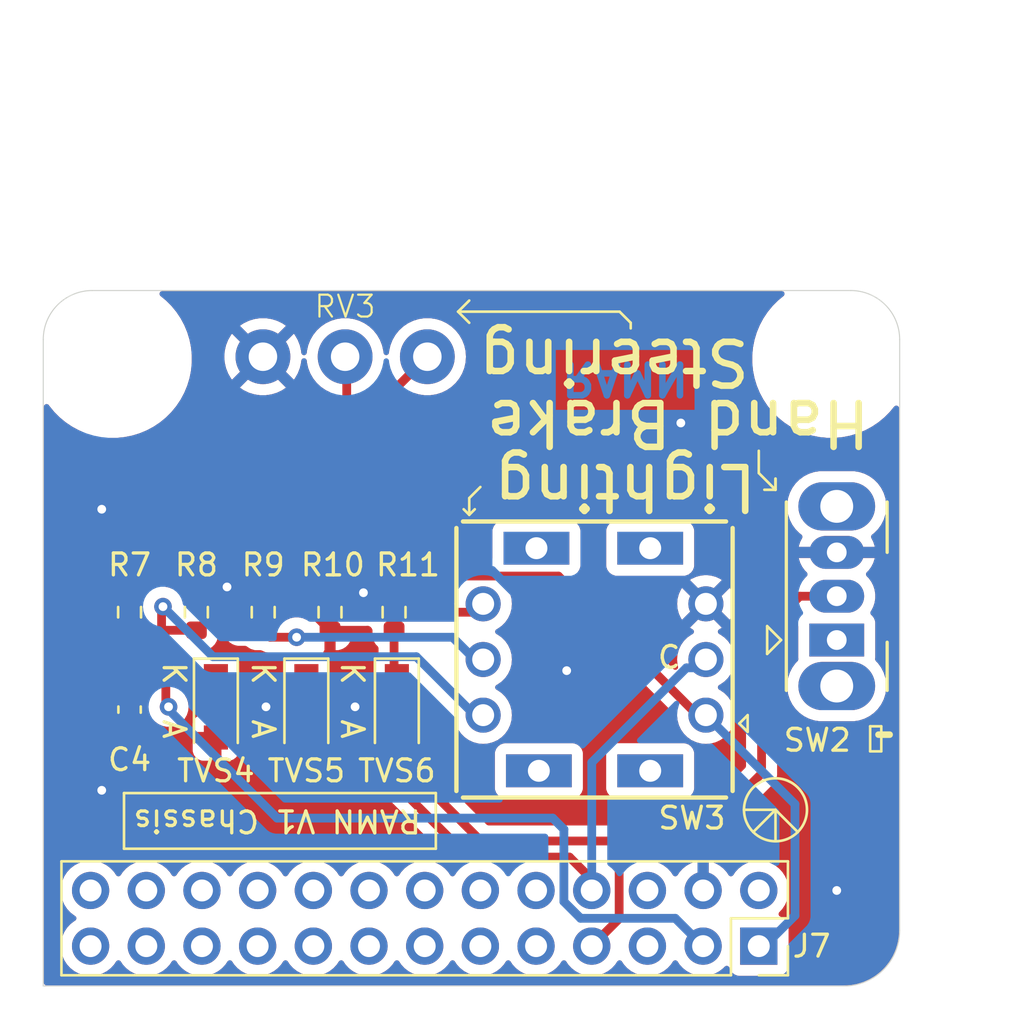
<source format=kicad_pcb>
(kicad_pcb (version 20240108) (generator "pcbnew") (generator_version "8.0")
  (layers (0 "F.Cu" signal) (31 "B.Cu" signal) (34 "B.Paste" user) (35 "F.Paste" user) (36 "B.SilkS" user "B.Silkscreen") (37 "F.SilkS" user "F.Silkscreen") (38 "B.Mask" user) (39 "F.Mask" user) (44 "Edge.Cuts" user))
  (net 0 "")
  (net 1 "GND")
  (net 2 "/3V3_ECU")
  (net 3 "SW1")
  (net 4 "Wheel")
  (net 5 "+5V")
  (net 6 "Lamp")
  (net 28 "Net-(R7-Pad2)")
  (net 29 "Net-(R8-Pad2)")
  (net 30 "Net-(R10-Pad1)")
  (footprint "Connector_PinSocket_2.54mm:PinSocket_2x13_P2.54mm_Vertical" (layer "F.Cu") (at 65.024 63.5 -90)
    (property "Reference" "J7" (at 0 -2.413 180) (layer "F.SilkS"))
    (property "Value" "~")
    (fp_line (start -3.87 31.81) (end 1.33 31.81) (stroke (width 0.12)) (layer "F.SilkS"))
    (fp_line (start -1.27 1.27) (end 1.33 1.27) (stroke (width 0.12)) (layer "F.SilkS"))
    (fp_line (start 1.33 1.27) (end 1.33 31.81) (stroke (width 0.12)) (layer "F.SilkS"))
    (fp_line (start -3.87 -1.33) (end -3.87 31.81) (stroke (width 0.12)) (layer "F.SilkS"))
    (fp_line (start -3.87 -1.33) (end -1.27 -1.33) (stroke (width 0.12)) (layer "F.SilkS"))
    (fp_line (start -1.27 -1.33) (end -1.27 1.27) (stroke (width 0.12)) (layer "F.SilkS"))
    (fp_line (start 0 -1.33) (end 1.33 -1.33) (stroke (width 0.12)) (layer "F.SilkS"))
    (fp_line (start 1.33 -1.33) (end 1.33 0) (stroke (width 0.12)) (layer "F.SilkS"))
    (pad "1" thru_hole rect (at 0 0 270) (size 1.7 1.7) (drill 1) (layers "*.Cu" "*.Mask") (net 2 "/3V3_ECU"))
    (pad "2" thru_hole oval (at -2.54 0 270) (size 1.7 1.7) (drill 1) (layers "*.Cu" "*.Mask") (net 5 "+5V"))
    (pad "3" thru_hole oval (at 0 2.54 270) (size 1.7 1.7) (drill 1) (layers "*.Cu" "*.Mask") (net 4 "Wheel"))
    (pad "4" thru_hole oval (at -2.54 2.54 270) (size 1.7 1.7) (drill 1) (layers "*.Cu" "*.Mask") (net 1 "GND"))
    (pad "5" thru_hole oval (at 0 5.08 270) (size 1.7 1.7) (drill 1) (layers "*.Cu" "*.Mask"))
    (pad "6" thru_hole oval (at -2.54 5.08 270) (size 1.7 1.7) (drill 1) (layers "*.Cu" "*.Mask"))
    (pad "7" thru_hole oval (at 0 7.62 270) (size 1.7 1.7) (drill 1) (layers "*.Cu" "*.Mask") (net 3 "SW1"))
    (pad "8" thru_hole oval (at -2.54 7.62 270) (size 1.7 1.7) (drill 1) (layers "*.Cu" "*.Mask") (net 6 "Lamp"))
    (pad "9" thru_hole oval (at 0 10.16 270) (size 1.7 1.7) (drill 1) (layers "*.Cu" "*.Mask"))
    (pad "10" thru_hole oval (at -2.54 10.16 270) (size 1.7 1.7) (drill 1) (layers "*.Cu" "*.Mask"))
    (pad "11" thru_hole oval (at 0 12.7 270) (size 1.7 1.7) (drill 1) (layers "*.Cu" "*.Mask"))
    (pad "12" thru_hole oval (at -2.54 12.7 270) (size 1.7 1.7) (drill 1) (layers "*.Cu" "*.Mask"))
    (pad "13" thru_hole oval (at 0 15.24 270) (size 1.7 1.7) (drill 1) (layers "*.Cu" "*.Mask"))
    (pad "14" thru_hole oval (at -2.54 15.24 270) (size 1.7 1.7) (drill 1) (layers "*.Cu" "*.Mask"))
    (pad "15" thru_hole oval (at 0 17.78 270) (size 1.7 1.7) (drill 1) (layers "*.Cu" "*.Mask"))
    (pad "16" thru_hole oval (at -2.54 17.78 270) (size 1.7 1.7) (drill 1) (layers "*.Cu" "*.Mask"))
    (pad "17" thru_hole oval (at 0 20.32 270) (size 1.7 1.7) (drill 1) (layers "*.Cu" "*.Mask"))
    (pad "18" thru_hole oval (at -2.54 20.32 270) (size 1.7 1.7) (drill 1) (layers "*.Cu" "*.Mask"))
    (pad "19" thru_hole oval (at 0 22.86 270) (size 1.7 1.7) (drill 1) (layers "*.Cu" "*.Mask"))
    (pad "20" thru_hole oval (at -2.54 22.86 270) (size 1.7 1.7) (drill 1) (layers "*.Cu" "*.Mask"))
    (pad "21" thru_hole oval (at 0 25.4 270) (size 1.7 1.7) (drill 1) (layers "*.Cu" "*.Mask"))
    (pad "22" thru_hole oval (at -2.54 25.4 270) (size 1.7 1.7) (drill 1) (layers "*.Cu" "*.Mask"))
    (pad "23" thru_hole oval (at 0 27.94 270) (size 1.7 1.7) (drill 1) (layers "*.Cu" "*.Mask"))
    (pad "24" thru_hole oval (at -2.54 27.94 270) (size 1.7 1.7) (drill 1) (layers "*.Cu" "*.Mask"))
    (pad "25" thru_hole oval (at 0 30.48 270) (size 1.7 1.7) (drill 1) (layers "*.Cu" "*.Mask"))
    (pad "26" thru_hole oval (at -2.54 30.48 270) (size 1.7 1.7) (drill 1) (layers "*.Cu" "*.Mask"))
  )
  (footprint "Button_Switch_THT:SW_CuK_OS102011MA1QN1_SPDT_Angled" (layer "F.Cu") (at 68.58 49.53 90)
    (property "Reference" "SW2" (at -4.572 -0.889 0) (layer "F.SilkS"))
    (property "Value" "~")
    (fp_line (start -2.3 -2.3) (end 6.3 -2.3) (stroke (width 0.15)) (layer "F.SilkS"))
    (fp_line (start 4 2.3) (end 6.3 2.3) (stroke (width 0.15)) (layer "F.SilkS"))
    (fp_line (start -2.3 2.3) (end -0.1 2.3) (stroke (width 0.15)) (layer "F.SilkS"))
    (pad "" thru_hole oval (at -2.1 0 90) (size 2.2 3.5) (drill 1.5) (layers "*.Cu" "*.Mask"))
    (pad "" thru_hole oval (at 6.1 0 90) (size 2.2 3.5) (drill 1.5) (layers "*.Cu" "*.Mask"))
    (pad "1" thru_hole rect (at 0 0 90) (size 1.5 2.5) (drill 0.9) (layers "*.Cu" "*.Mask"))
    (pad "2" thru_hole oval (at 2 0 90) (size 1.5 2.5) (drill 0.9) (layers "*.Cu" "*.Mask") (net 3 "SW1"))
    (pad "3" thru_hole oval (at 4 0 90) (size 1.5 2.5) (drill 0.9) (layers "*.Cu" "*.Mask") (net 1 "GND"))
  )
  (footprint "Akiyuki_UI:NR01" (layer "F.Cu") (at 57.531 50.419 180)
    (property "Reference" "SW3" (at -4.445 -7.239 0) (layer "F.SilkS"))
    (property "Value" "NKK_NR01" (hide yes))
    (fp_line (start 6.3 6) (end 6.3 -6) (stroke (width 0.2)) (layer "F.SilkS"))
    (fp_line (start 6 -6.3) (end -6 -6.3) (stroke (width 0.2)) (layer "F.SilkS"))
    (fp_line (start -6 6.3) (end 6 6.3) (stroke (width 0.2)) (layer "F.SilkS"))
    (fp_line (start -6.3 -6) (end -6.3 6) (stroke (width 0.2)) (layer "F.SilkS"))
    (fp_text user "C" (at -3.4 0.1 180) (layer "F.SilkS"))
    (pad "" thru_hole rect (at -2.54 -5.08 180) (size 3 1.5) (drill 1) (layers "*.Cu" "*.Mask"))
    (pad "" thru_hole rect (at -2.54 5.08 180) (size 3 1.5) (drill 1) (layers "*.Cu" "*.Mask"))
    (pad "" thru_hole rect (at 2.54 -5.08 180) (size 3 1.5) (drill 1) (layers "*.Cu" "*.Mask"))
    (pad "" thru_hole rect (at 2.65 5.08 180) (size 3 1.5) (drill 1) (layers "*.Cu" "*.Mask"))
    (pad "1" thru_hole circle (at -5.08 -2.54 180) (size 1.6 1.6) (drill 1) (layers "*.Cu" "*.Mask") (net 2 "/3V3_ECU"))
    (pad "2" thru_hole circle (at 5.08 -2.54 180) (size 1.6 1.6) (drill 1) (layers "*.Cu" "*.Mask") (net 28 "Net-(R7-Pad2)"))
    (pad "3" thru_hole circle (at -5.08 0 180) (size 1.6 1.6) (drill 1) (layers "*.Cu" "*.Mask") (net 6 "Lamp"))
    (pad "4" thru_hole circle (at 5.08 0 180) (size 1.6 1.6) (drill 1) (layers "*.Cu" "*.Mask") (net 29 "Net-(R8-Pad2)"))
    (pad "5" thru_hole circle (at -5.08 2.54 180) (size 1.6 1.6) (drill 1) (layers "*.Cu" "*.Mask") (net 1 "GND"))
    (pad "6" thru_hole circle (at 5.08 2.54 180) (size 1.6 1.6) (drill 1) (layers "*.Cu" "*.Mask") (net 30 "Net-(R10-Pad1)"))
  )
  (footprint "MountingHole:MountingHole_3.2mm_M3_ISO7380" (layer "F.Cu") (at 68.326 36.703)
    (property "Reference" "H4" (hide yes))
    (property "Value" "MountingHole")
    (pad "" np_thru_hole circle (at 0 0) (size 3.2 3.2) (drill 3.2) (layers "*.Cu" "*.Mask") (clearance 2))
  )
  (footprint "Resistor_SMD:R_0603_1608Metric" (layer "F.Cu") (at 36.322 48.26 -90)
    (property "Reference" "R7" (at -2.159 0 180) (layer "F.SilkS"))
    (property "Value" "10k")
    (fp_line (start -0.237258 0.5225) (end 0.237258 0.5225) (stroke (width 0.12)) (layer "F.SilkS"))
    (fp_line (start -0.237258 -0.5225) (end 0.237258 -0.5225) (stroke (width 0.12)) (layer "F.SilkS"))
    (pad "1" smd roundrect (at -0.825 0 270) (size 0.8 0.95) (layers "F.Cu" "F.Paste" "F.Mask") (net 2 "/3V3_ECU"))
    (pad "2" smd roundrect (at 0.825 0 270) (size 0.8 0.95) (layers "F.Cu" "F.Paste" "F.Mask") (net 28 "Net-(R7-Pad2)"))
  )
  (footprint "Resistor_SMD:R_0603_1608Metric" (layer "F.Cu") (at 39.37 48.26 90)
    (property "Reference" "R8" (at 2.159 0 0) (layer "F.SilkS"))
    (property "Value" "10k")
    (fp_line (start -0.237258 -0.5225) (end 0.237258 -0.5225) (stroke (width 0.12)) (layer "F.SilkS"))
    (fp_line (start -0.237258 0.5225) (end 0.237258 0.5225) (stroke (width 0.12)) (layer "F.SilkS"))
    (pad "1" smd roundrect (at -0.825 0 90) (size 0.8 0.95) (layers "F.Cu" "F.Paste" "F.Mask") (net 28 "Net-(R7-Pad2)"))
    (pad "2" smd roundrect (at 0.825 0 90) (size 0.8 0.95) (layers "F.Cu" "F.Paste" "F.Mask") (net 29 "Net-(R8-Pad2)"))
  )
  (footprint "Resistor_SMD:R_0603_1608Metric" (layer "F.Cu") (at 42.418 48.26 90)
    (property "Reference" "R9" (at 2.159 0 0) (layer "F.SilkS"))
    (property "Value" "10k")
    (fp_line (start -0.237258 -0.5225) (end 0.237258 -0.5225) (stroke (width 0.12)) (layer "F.SilkS"))
    (fp_line (start -0.237258 0.5225) (end 0.237258 0.5225) (stroke (width 0.12)) (layer "F.SilkS"))
    (pad "1" smd roundrect (at -0.825 0 90) (size 0.8 0.95) (layers "F.Cu" "F.Paste" "F.Mask") (net 29 "Net-(R8-Pad2)"))
    (pad "2" smd roundrect (at 0.825 0 90) (size 0.8 0.95) (layers "F.Cu" "F.Paste" "F.Mask") (net 30 "Net-(R10-Pad1)"))
  )
  (footprint "Resistor_SMD:R_0603_1608Metric" (layer "F.Cu") (at 45.466 48.26 -90)
    (property "Reference" "R10" (at -2.159 -0.127 0) (layer "F.SilkS"))
    (property "Value" "10k")
    (fp_line (start -0.237258 0.5225) (end 0.237258 0.5225) (stroke (width 0.12)) (layer "F.SilkS"))
    (fp_line (start -0.237258 -0.5225) (end 0.237258 -0.5225) (stroke (width 0.12)) (layer "F.SilkS"))
    (pad "1" smd roundrect (at -0.825 0 270) (size 0.8 0.95) (layers "F.Cu" "F.Paste" "F.Mask") (net 30 "Net-(R10-Pad1)"))
    (pad "2" smd roundrect (at 0.825 0 270) (size 0.8 0.95) (layers "F.Cu" "F.Paste" "F.Mask") (net 1 "GND"))
  )
  (footprint "Resistor_SMD:R_0603_1608Metric" (layer "F.Cu") (at 48.387 48.26 90)
    (property "Reference" "R11" (at 2.159 0.635 0) (layer "F.SilkS"))
    (property "Value" "10k")
    (fp_line (start -0.237258 -0.5225) (end 0.237258 -0.5225) (stroke (width 0.12)) (layer "F.SilkS"))
    (fp_line (start -0.237258 0.5225) (end 0.237258 0.5225) (stroke (width 0.12)) (layer "F.SilkS"))
    (pad "1" smd roundrect (at -0.825 0 90) (size 0.8 0.95) (layers "F.Cu" "F.Paste" "F.Mask") (net 3 "SW1"))
    (pad "2" smd roundrect (at 0.825 0 90) (size 0.8 0.95) (layers "F.Cu" "F.Paste" "F.Mask") (net 2 "/3V3_ECU"))
  )
  (footprint "Capacitor_SMD:C_0603_1608Metric" (layer "F.Cu") (at 36.322 52.705 -90)
    (property "Reference" "C4" (at 2.286 0 180) (layer "F.SilkS"))
    (property "Value" "100nF")
    (fp_line (start -0.14058 0.51) (end 0.14058 0.51) (stroke (width 0.12)) (layer "F.SilkS"))
    (fp_line (start -0.14058 -0.51) (end 0.14058 -0.51) (stroke (width 0.12)) (layer "F.SilkS"))
    (pad "1" smd roundrect (at -0.775 0 270) (size 0.9 0.95) (layers "F.Cu" "F.Paste" "F.Mask") (net 4 "Wheel"))
    (pad "2" smd roundrect (at 0.775 0 270) (size 0.9 0.95) (layers "F.Cu" "F.Paste" "F.Mask") (net 1 "GND"))
  )
  (footprint "MountingHole:MountingHole_3.2mm_M3_ISO7380" (layer "F.Cu") (at 35.56 36.703)
    (property "Reference" "H3" (hide yes))
    (property "Value" "MountingHole")
    (pad "" np_thru_hole circle (at 0 0) (size 3.2 3.2) (drill 3.2) (layers "*.Cu" "*.Mask") (clearance 2))
  )
  (footprint "Diode_SMD:D_SOD-123F" (layer "F.Cu") (at 40.259 52.578 -90)
    (property "Reference" "TVS4" (at 2.921 0 180) (layer "F.SilkS"))
    (property "Value" "D_TVS")
    (fp_line (start -2.2 1) (end 1.65 1) (stroke (width 0.12)) (layer "F.SilkS"))
    (fp_line (start -2.2 -1) (end -2.2 1) (stroke (width 0.12)) (layer "F.SilkS"))
    (fp_line (start -2.2 -1) (end 1.65 -1) (stroke (width 0.12)) (layer "F.SilkS"))
    (pad "1" smd rect (at -1.4 0 270) (size 1.1 1.1) (layers "F.Cu" "F.Paste" "F.Mask") (net 4 "Wheel"))
    (pad "2" smd rect (at 1.4 0 270) (size 1.1 1.1) (layers "F.Cu" "F.Paste" "F.Mask") (net 1 "GND"))
  )
  (footprint "Diode_SMD:D_SOD-123F" (layer "F.Cu") (at 44.3865 52.578 -90)
    (property "Reference" "TVS5" (at 2.921 0 180) (layer "F.SilkS"))
    (property "Value" "D_TVS")
    (fp_line (start -2.2 1) (end 1.65 1) (stroke (width 0.12)) (layer "F.SilkS"))
    (fp_line (start -2.2 -1) (end -2.2 1) (stroke (width 0.12)) (layer "F.SilkS"))
    (fp_line (start -2.2 -1) (end 1.65 -1) (stroke (width 0.12)) (layer "F.SilkS"))
    (pad "1" smd rect (at -1.4 0 270) (size 1.1 1.1) (layers "F.Cu" "F.Paste" "F.Mask") (net 6 "Lamp"))
    (pad "2" smd rect (at 1.4 0 270) (size 1.1 1.1) (layers "F.Cu" "F.Paste" "F.Mask") (net 1 "GND"))
  )
  (footprint "Diode_SMD:D_SOD-123F" (layer "F.Cu") (at 48.514 52.578 -90)
    (property "Reference" "TVS6" (at 2.921 0 180) (layer "F.SilkS"))
    (property "Value" "D_TVS")
    (fp_line (start -2.2 1) (end 1.65 1) (stroke (width 0.12)) (layer "F.SilkS"))
    (fp_line (start -2.2 -1) (end -2.2 1) (stroke (width 0.12)) (layer "F.SilkS"))
    (fp_line (start -2.2 -1) (end 1.65 -1) (stroke (width 0.12)) (layer "F.SilkS"))
    (pad "1" smd rect (at -1.4 0 270) (size 1.1 1.1) (layers "F.Cu" "F.Paste" "F.Mask") (net 3 "SW1"))
    (pad "2" smd rect (at 1.4 0 270) (size 1.1 1.1) (layers "F.Cu" "F.Paste" "F.Mask") (net 1 "GND"))
  )
  (footprint "Fiducial:Fiducial_1mm_Mask2mm" (layer "F.Cu") (at 34.544 41.148)
    (property "Reference" "FID1" (hide yes))
    (property "Value" "Fiducial")
    (pad "" smd circle (at 0 0) (size 1 1) (layers "F.Cu" "F.Mask") (clearance 0.5))
  )
  (footprint "Fiducial:Fiducial_1mm_Mask2mm" (layer "F.Cu") (at 69.342 57.912)
    (property "Reference" "FID2" (hide yes))
    (property "Value" "Fiducial")
    (pad "" smd circle (at 0 0) (size 1 1) (layers "F.Cu" "F.Mask") (clearance 0.5))
  )
  (footprint "Fiducial:Fiducial_1mm_Mask2mm" (layer "F.Cu") (at 34.544 57.912)
    (property "Reference" "FID3" (hide yes))
    (property "Value" "Fiducial")
    (pad "" smd circle (at 0 0) (size 1 1) (layers "F.Cu" "F.Mask") (clearance 0.5))
  )
  (footprint "Global_Library:POT_ECU" (layer "F.Cu") (at 45.88 36.6)
    (property "Reference" "RV3" (at 0.27 -2.29 0) (layer "F.SilkS") (effects (font (thickness 0.1))))
    (property "Value" "POT_ECU")
    (pad "1" thru_hole circle (at -3.475 0) (size 2.5 2.5) (drill 1.3) (layers "*.Cu" "*.Mask") (net 1 "GND"))
    (pad "2" thru_hole circle (at 0.275 0) (size 2.5 2.5) (drill 1.3) (layers "*.Cu" "*.Mask") (net 4 "Wheel"))
    (pad "3" thru_hole circle (at 4.025 0) (size 2.5 2.5) (drill 1.3) (layers "*.Cu" "*.Mask") (net 2 "/3V3_ECU"))
  )
  (gr_line (start 65.405 50.165) (end 65.405 48.895) (stroke (width 0.12)) (layer "F.SilkS"))
  (gr_line (start 65.405 48.895) (end 66.04 49.53) (stroke (width 0.12)) (layer "F.SilkS"))
  (gr_line (start 66.04 49.53) (end 65.405 50.165) (stroke (width 0.12)) (layer "F.SilkS"))
  (gr_line (start 64.516 53.721) (end 64.135 53.34) (stroke (width 0.12)) (layer "F.SilkS"))
  (gr_line (start 65.786 57.277) (end 65.786 58.71384) (stroke (width 0.12)) (layer "F.SilkS"))
  (gr_line (start 65.786 57.277) (end 64.34916 57.277) (stroke (width 0.12)) (layer "F.SilkS"))
  (gr_line (start 70.612 53.467) (end 70.104 53.467) (stroke (width 0.12)) (layer "F.SilkS"))
  (gr_line (start 51.562 43.561) (end 51.816 43.815) (stroke (width 0.12)) (layer "F.SilkS"))
  (gr_line (start 65.786 42.164) (end 65.786 42.672) (stroke (width 0.12)) (layer "F.SilkS"))
  (gr_line (start 50.292 59.055) (end 36.068 59.055) (stroke (width 0.12)) (layer "F.SilkS"))
  (gr_line (start 36.068 56.515) (end 50.292 56.515) (stroke (width 0.12)) (layer "F.SilkS"))
  (gr_line (start 50.292 56.515) (end 50.292 59.055) (stroke (width 0.12)) (layer "F.SilkS"))
  (gr_line (start 36.068 59.055) (end 36.068 56.515) (stroke (width 0.12)) (layer "F.SilkS"))
  (gr_line (start 52.324 42.545) (end 51.816 43.053) (stroke (width 0.12)) (layer "F.SilkS"))
  (gr_line (start 58.674 34.544) (end 51.308 34.544) (stroke (width 0.12)) (layer "F.SilkS"))
  (gr_line (start 64.516 52.959) (end 64.516 53.721) (stroke (width 0.12)) (layer "F.SilkS"))
  (gr_line (start 65.786 57.277) (end 64.77 58.293) (stroke (width 0.12)) (layer "F.SilkS"))
  (gr_line (start 65.024 41.91) (end 65.786 42.672) (stroke (width 0.12)) (layer "F.SilkS"))
  (gr_line (start 59.182 35.052) (end 58.674 34.544) (stroke (width 0.12)) (layer "F.SilkS"))
  (gr_line (start 70.104 54.61) (end 70.612 54.61) (stroke (width 0.12)) (layer "F.SilkS"))
  (gr_line (start 51.816 43.053) (end 51.816 43.815) (stroke (width 0.12)) (layer "F.SilkS"))
  (gr_line (start 65.786 42.672) (end 65.786 42.164) (stroke (width 0.12)) (layer "F.SilkS"))
  (gr_line (start 51.308 34.544) (end 51.816 34.036) (stroke (width 0.12)) (layer "F.SilkS"))
  (gr_line (start 65.786 57.277) (end 66.802 58.293) (stroke (width 0.12)) (layer "F.SilkS"))
  (gr_circle (center 65.786 57.277) (end 66.802 58.293) (stroke (width 0.12)) (fill none) (layer "F.SilkS"))
  (gr_line (start 51.816 43.815) (end 52.07 43.561) (stroke (width 0.12)) (layer "F.SilkS"))
  (gr_line (start 65.786 42.672) (end 65.278 42.672) (stroke (width 0.12)) (layer "F.SilkS"))
  (gr_line (start 59.182 35.052) (end 59.182 35.306) (stroke (width 0.12)) (layer "F.SilkS"))
  (gr_line (start 64.135 53.34) (end 64.516 52.959) (stroke (width 0.12)) (layer "F.SilkS"))
  (gr_line (start 65.024 40.894) (end 65.024 41.91) (stroke (width 0.12)) (layer "F.SilkS"))
  (gr_line (start 70.485 53.848) (end 70.993 53.848) (stroke (width 0.3)) (layer "F.SilkS"))
  (gr_line (start 51.308 34.544) (end 51.816 35.052) (stroke (width 0.12)) (layer "F.SilkS"))
  (gr_line (start 70.104 53.467) (end 70.104 54.61) (stroke (width 0.12)) (layer "F.SilkS"))
  (gr_line (start 70.612 54.61) (end 70.612 53.467) (stroke (width 0.12)) (layer "F.SilkS"))
  (gr_line (start 34.62 33.579) (end 69.215 33.579) (stroke (width 0.05)) (layer "Edge.Cuts"))
  (gr_line (start 32.385 35.814) (end 32.385 65.32) (stroke (width 0.05)) (layer "Edge.Cuts"))
  (gr_line (start 32.385 65.32) (end 68.91 65.32) (stroke (width 0.05)) (layer "Edge.Cuts"))
  (gr_line (start 71.45 35.814) (end 71.45 62.78) (stroke (width 0.05)) (layer "Edge.Cuts"))
  (gr_arc (start 69.215 33.579) (mid 70.795384 34.233616) (end 71.45 35.814) (stroke (width 0.05)) (layer "Edge.Cuts"))
  (gr_arc (start 71.45 62.78) (mid 70.706051 64.576051) (end 68.91 65.32) (stroke (width 0.05)) (layer "Edge.Cuts"))
  (gr_arc (start 32.385 35.814) (mid 33.039616 34.233616) (end 34.62 33.579) (stroke (width 0.05)) (layer "Edge.Cuts"))
  (gr_text "RAMN" (at 58.928 37.592 180) (layer "B.Cu") (effects (font (size 1.4 1.4) (thickness 0.3)) (justify mirror)))
  (gr_text "RAMN V1 Chassis " (at 42.672 57.785 180) (layer "F.SilkS") (effects (font (size 1 1))))
  (gr_text "Lighting" (at 58.928 42.545 180) (layer "F.SilkS") (effects (font (size 2 2) (thickness 0.3))))
  (gr_text "A" (at 38.354 53.594 -90) (layer "F.SilkS") (effects (font (size 1 1))))
  (gr_text "A" (at 46.482 53.594 -90) (layer "F.SilkS") (effects (font (size 1 1))))
  (gr_text "K" (at 42.418 51.054 270) (layer "F.SilkS") (effects (font (size 1 1))))
  (gr_text "A" (at 42.418 53.594 -90) (layer "F.SilkS") (effects (font (size 1 1))))
  (gr_text "Steering" (at 58.42 36.83 180) (layer "F.SilkS") (effects (font (size 2 2) (thickness 0.3))))
  (gr_text "Hand Brake" (at 61.341 39.624 180) (layer "F.SilkS") (effects (font (size 2 2) (thickness 0.3))))
  (gr_text "K" (at 38.354 51.054 270) (layer "F.SilkS") (effects (font (size 1 1))))
  (gr_text "K" (at 46.482 51.054 270) (layer "F.SilkS") (effects (font (size 1 1))))
  (segment (start 41.7957 48.26) (end 40.767 47.2313) (width 0.4) (layer "F.Cu") (net 1))
  (segment (start 44.641 48.26) (end 41.7957 48.26) (width 0.4) (layer "F.Cu") (net 1))
  (segment (start 45.466 49.085) (end 47.18 49.085) (width 0.4) (layer "F.Cu") (net 1))
  (segment (start 40.767 47.2313) (end 40.767 47.107544) (width 0.4) (layer "F.Cu") (net 1))
  (segment (start 45.466 49.085) (end 44.641 48.26) (width 0.4) (layer "F.Cu") (net 1))
  (segment (start 47.18 49.085) (end 47.1932 49.0982) (width 0.4) (layer "F.Cu") (net 1))
  (via (at 46.99 47.371) (size 0.8) (drill 0.4) (layers "F.Cu" "B.Cu") (net 1))
  (via (at 35.052 43.561) (size 0.8) (drill 0.4) (layers "F.Cu" "B.Cu") (net 1))
  (via (at 68.58 60.96) (size 0.8) (drill 0.4) (layers "F.Cu" "B.Cu") (net 1))
  (via (at 61.468 39.624) (size 0.8) (drill 0.4) (layers "F.Cu" "B.Cu") (net 1))
  (via (at 35.052 56.388) (size 0.8) (drill 0.4) (layers "F.Cu" "B.Cu") (net 1))
  (via (at 56.261 50.927) (size 0.8) (drill 0.4) (layers "F.Cu" "B.Cu") (net 1))
  (via (at 46.609 52.578) (size 0.8) (drill 0.4) (layers "F.Cu" "B.Cu") (net 1))
  (via (at 42.545 52.578) (size 0.8) (drill 0.4) (layers "F.Cu" "B.Cu") (net 1))
  (via (at 40.767 47.107544) (size 0.8) (drill 0.4) (layers "F.Cu" "B.Cu") (net 1))
  (segment (start 54.5592 48.211198) (end 54.5592 48.0568) (width 0.4) (layer "B.Cu") (net 1))
  (segment (start 54.5592 48.0568) (end 52.8574 46.355) (width 0.4) (layer "B.Cu") (net 1))
  (segment (start 56.261 50.927) (end 56.261 49.912998) (width 0.4) (layer "B.Cu") (net 1))
  (segment (start 56.261 49.912998) (end 54.5592 48.211198) (width 0.4) (layer "B.Cu") (net 1))
  (segment (start 46.99 47.371) (end 48.768 47.371) (width 0.4) (layer "B.Cu") (net 1))
  (segment (start 48.768 47.371) (end 49.7586 46.3804) (width 0.4) (layer "B.Cu") (net 1))
  (segment (start 52.8574 46.355) (end 51.943 46.355) (width 0.4) (layer "B.Cu") (net 1))
  (segment (start 47.244 46.292) (end 48.387 47.435) (width 0.4) (layer "F.Cu") (net 2))
  (segment (start 47.244 45.212) (end 47.244 45.72) (width 0.4) (layer "F.Cu") (net 2))
  (segment (start 47.244 45.72) (end 47.244 46.292) (width 0.4) (layer "F.Cu") (net 2))
  (segment (start 49.905 36.6) (end 47.244 39.261) (width 0.4) (layer "F.Cu") (net 2))
  (segment (start 36.322 47.435) (end 38.545 45.212) (width 0.4) (layer "F.Cu") (net 2))
  (segment (start 55.88 46.609) (end 62.611 53.34) (width 0.4) (layer "F.Cu") (net 2))
  (segment (start 46.99 45.212) (end 47.244 45.212) (width 0.4) (layer "F.Cu") (net 2))
  (segment (start 48.387 47.435) (end 49.213 46.609) (width 0.4) (layer "F.Cu") (net 2))
  (segment (start 38.545 45.212) (end 46.99 45.212) (width 0.4) (layer "F.Cu") (net 2))
  (segment (start 49.213 46.609) (end 55.88 46.609) (width 0.4) (layer "F.Cu") (net 2))
  (segment (start 47.244 39.261) (end 47.244 45.212) (width 0.4) (layer "F.Cu") (net 2))
  (segment (start 65.278 63.5) (end 66.675 62.103) (width 0.4) (layer "B.Cu") (net 2))
  (segment (start 62.992 53.34) (end 62.611 53.34) (width 0.4) (layer "B.Cu") (net 2))
  (segment (start 66.675 57.023) (end 62.992 53.34) (width 0.4) (layer "B.Cu") (net 2))
  (segment (start 66.675 62.103) (end 66.675 57.023) (width 0.4) (layer "B.Cu") (net 2))
  (segment (start 65.024 63.5) (end 65.278 63.5) (width 0.4) (layer "B.Cu") (net 2))
  (segment (start 58.654001 62.249999) (end 57.404 63.5) (width 0.4) (layer "F.Cu") (net 3))
  (segment (start 48.387 49.085) (end 48.387 51.051) (width 0.4) (layer "F.Cu") (net 3))
  (segment (start 48.387 51.051) (end 48.514 51.178) (width 0.4) (layer "F.Cu") (net 3))
  (segment (start 60.352499 58.701499) (end 59.916501 58.701499) (width 0.4) (layer "F.Cu") (net 3))
  (segment (start 52.351499 58.701499) (end 50.419 56.769) (width 0.4) (layer "F.Cu") (net 3))
  (segment (start 65.151 49.276) (end 65.151 55.626) (width 0.4) (layer "F.Cu") (net 3))
  (segment (start 66.897 47.53) (end 65.151 49.276) (width 0.4) (layer "F.Cu") (net 3))
  (segment (start 62.075501 58.701499) (end 65.151 55.626) (width 0.4) (layer "F.Cu") (net 3))
  (segment (start 59.916501 58.701499) (end 58.654001 59.963999) (width 0.4) (layer "F.Cu") (net 3))
  (segment (start 50.419 53.083) (end 48.514 51.178) (width 0.4) (layer "F.Cu") (net 3))
  (segment (start 50.419 56.769) (end 50.419 53.083) (width 0.4) (layer "F.Cu") (net 3))
  (segment (start 60.352499 58.701499) (end 62.075501 58.701499) (width 0.4) (layer "F.Cu") (net 3))
  (segment (start 68.58 47.53) (end 66.897 47.53) (width 0.4) (layer "F.Cu") (net 3))
  (segment (start 60.352499 58.701499) (end 52.351499 58.701499) (width 0.4) (layer "F.Cu") (net 3))
  (segment (start 58.654001 59.963999) (end 58.654001 62.249999) (width 0.4) (layer "F.Cu") (net 3))
  (segment (start 40.386 51.178) (end 36.322 51.178) (width 0.4) (layer "F.Cu") (net 4))
  (segment (start 46.228 43.942) (end 46.228 36.673) (width 0.4) (layer "F.Cu") (net 4))
  (segment (start 35.179 50.038) (end 35.179 46.355) (width 0.4) (layer "F.Cu") (net 4))
  (segment (start 46.228 36.673) (end 46.155 36.6) (width 0.4) (layer "F.Cu") (net 4))
  (segment (start 45.72 44.45) (end 46.228 43.942) (width 0.4) (layer "F.Cu") (net 4))
  (segment (start 46.228 37.036) (end 45.974 36.782) (width 0.4) (layer "F.Cu") (net 4))
  (segment (start 40.386 51.178) (end 37.976 51.178) (width 0.4) (layer "F.Cu") (net 4))
  (segment (start 35.179 46.355) (end 37.084 44.45) (width 0.4) (layer "F.Cu") (net 4))
  (segment (start 37.084 44.45) (end 45.72 44.45) (width 0.4) (layer "F.Cu") (net 4))
  (segment (start 36.319 51.178) (end 35.179 50.038) (width 0.4) (layer "F.Cu") (net 4))
  (segment (start 37.976 51.178) (end 37.976 52.454) (width 0.4) (layer "F.Cu") (net 4))
  (segment (start 36.322 51.178) (end 36.322 51.93) (width 0.4) (layer "F.Cu") (net 4))
  (segment (start 37.976 52.454) (end 38.1 52.578) (width 0.4) (layer "F.Cu") (net 4))
  (segment (start 37.976 51.178) (end 36.319 51.178) (width 0.4) (layer "F.Cu") (net 4))
  (via (at 38.1 52.578) (size 0.8) (drill 0.4) (layers "F.Cu" "B.Cu") (net 4))
  (segment (start 56.134 58.166) (end 56.134 61.468) (width 0.4) (layer "B.Cu") (net 4))
  (segment (start 43.053 57.658) (end 55.626 57.658) (width 0.4) (layer "B.Cu") (net 4))
  (segment (start 38.1 52.705) (end 43.053 57.658) (width 0.4) (layer "B.Cu") (net 4))
  (segment (start 61.214 62.23) (end 62.484 63.5) (width 0.4) (layer "B.Cu") (net 4))
  (segment (start 56.134 61.468) (end 56.896 62.23) (width 0.4) (layer "B.Cu") (net 4))
  (segment (start 38.1 52.578) (end 38.1 52.705) (width 0.4) (layer "B.Cu") (net 4))
  (segment (start 55.626 57.658) (end 56.134 58.166) (width 0.4) (layer "B.Cu") (net 4))
  (segment (start 56.896 62.23) (end 61.214 62.23) (width 0.4) (layer "B.Cu") (net 4))
  (segment (start 56.388 59.436) (end 57.404 60.452) (width 0.4) (layer "F.Cu") (net 6))
  (segment (start 51.787 59.436) (end 56.388 59.436) (width 0.4) (layer "F.Cu") (net 6))
  (segment (start 44.3865 51.178) (end 44.3865 52.0355) (width 0.4) (layer "F.Cu") (net 6))
  (segment (start 44.3865 52.0355) (end 51.787 59.436) (width 0.4) (layer "F.Cu") (net 6))
  (segment (start 57.404 60.452) (end 57.404 60.96) (width 0.4) (layer "F.Cu") (net 6))
  (segment (start 57.404 60.96) (end 57.404 55.118) (width 0.4) (layer "B.Cu") (net 6))
  (segment (start 57.404 55.118) (end 61.722 50.8) (width 0.4) (layer "B.Cu") (net 6))
  (segment (start 61.722 50.8) (end 62.611 50.8) (width 0.4) (layer "B.Cu") (net 6))
  (segment (start 37.782 49.085) (end 37.782 48.07) (width 0.4) (layer "F.Cu") (net 28))
  (segment (start 37.782 48.07) (end 37.846 48.006) (width 0.4) (layer "F.Cu") (net 28))
  (segment (start 37.782 49.085) (end 39.37 49.085) (width 0.4) (layer "F.Cu") (net 28))
  (segment (start 36.322 49.085) (end 37.782 49.085) (width 0.4) (layer "F.Cu") (net 28))
  (via (at 37.846 48.006) (size 0.8) (drill 0.4) (layers "F.Cu" "B.Cu") (net 28))
  (segment (start 37.846 48.006) (end 40.132 50.292) (width 0.4) (layer "B.Cu") (net 28))
  (segment (start 40.132 50.292) (end 49.403 50.292) (width 0.4) (layer "B.Cu") (net 28))
  (segment (start 49.403 50.292) (end 52.451 53.34) (width 0.4) (layer "B.Cu") (net 28))
  (segment (start 43.942 49.403) (end 42.736 49.403) (width 0.4) (layer "F.Cu") (net 29))
  (segment (start 42.736 49.403) (end 42.418 49.085) (width 0.4) (layer "F.Cu") (net 29))
  (segment (start 39.688 47.435) (end 41.338 49.085) (width 0.4) (layer "F.Cu") (net 29))
  (segment (start 41.338 49.085) (end 42.418 49.085) (width 0.4) (layer "F.Cu") (net 29))
  (segment (start 39.37 47.435) (end 39.688 47.435) (width 0.4) (layer "F.Cu") (net 29))
  (via (at 43.942 49.403) (size 0.8) (drill 0.4) (layers "F.Cu" "B.Cu") (net 29))
  (segment (start 52.451 50.8) (end 51.054 49.403) (width 0.4) (layer "B.Cu") (net 29))
  (segment (start 51.054 49.403) (end 43.942 49.403) (width 0.4) (layer "B.Cu") (net 29))
  (segment (start 46.291 48.26) (end 45.466 47.435) (width 0.4) (layer "F.Cu") (net 30))
  (segment (start 42.418 47.435) (end 45.466 47.435) (width 0.4) (layer "F.Cu") (net 30))
  (segment (start 52.451 48.26) (end 46.291 48.26) (width 0.4) (layer "F.Cu") (net 30))
  (zone (net 1) (net_name "GND") (layer "F.Cu") (connect_pads (clearance 0.508)) (min_thickness 0.254) (fill yes (thermal_gap 0.508) (thermal_bridge_width 0.508))
    (polygon (pts (xy 32.385 20.32) (xy 71.755 20.32) (xy 71.755 66.421) (xy 32.385 66.421)))
  )
  (zone (net 1) (net_name "GND") (layer "B.Cu") (connect_pads (clearance 0.508)) (min_thickness 0.254) (fill yes (thermal_gap 0.508) (thermal_bridge_width 0.508))
    (polygon (pts (xy 32.385 20.32) (xy 71.755 20.32) (xy 71.755 66.421) (xy 32.385 66.421)))
  )
)
</source>
